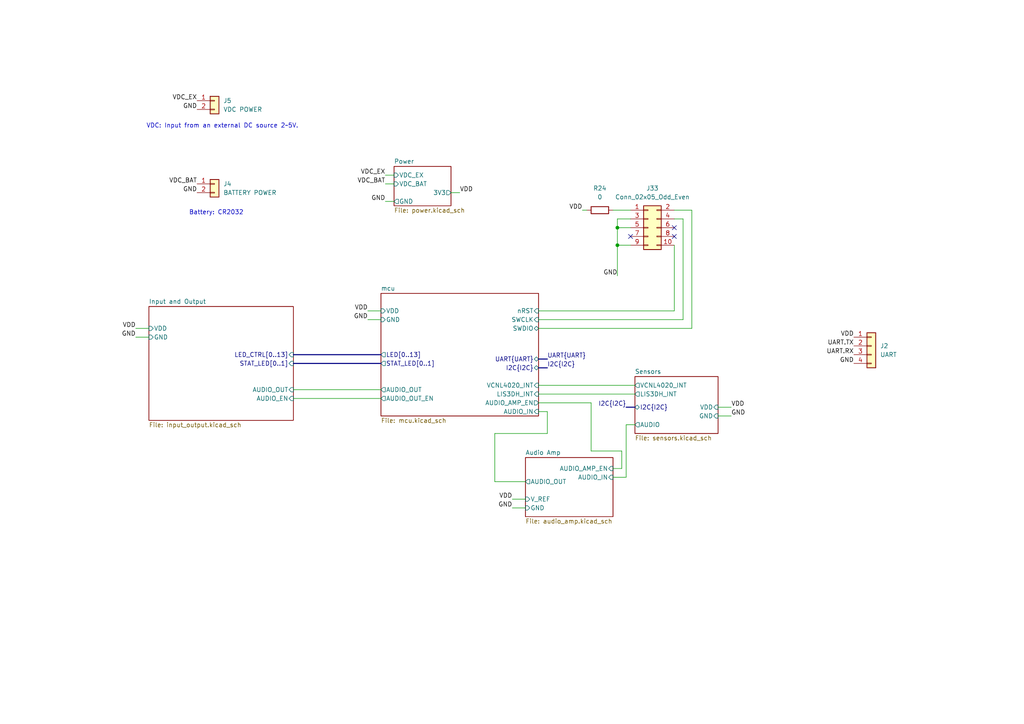
<source format=kicad_sch>
(kicad_sch (version 20231120) (generator "eeschema") (generator_version "8.0")
  (paper "A4")
  (title_block (title "Holiday Widget") (date "2024-05-15") (rev "1.0"))
  (lib_symbols
    (symbol "Connector_Generic:Conn_01x02" (pin_names (offset 1.016) hide)
      (property "Reference" "J" (at 0 2.54 0))
      (property "Value" "Conn_01x02" (at 0 -5.08 0))
      (symbol "Conn_01x02_1_1"
        (rectangle (start -1.27 -2.413) (end 0 -2.667) (stroke (width 0.1524)))
        (rectangle (start -1.27 0.127) (end 0 -0.127) (stroke (width 0.1524)))
        (rectangle (start -1.27 1.27) (end 1.27 -3.81) (stroke (width 0.254)) (fill (type background)))
        (pin passive line (at -5.08 0 0) (length 3.81) (name "Pin_1") (number "1"))
        (pin passive line (at -5.08 -2.54 0) (length 3.81) (name "Pin_2") (number "2"))
      )
    )
    (symbol "Connector_Generic:Conn_01x04" (pin_names (offset 1.016) hide)
      (property "Reference" "J" (at 0 5.08 0))
      (property "Value" "Conn_01x04" (at 0 -7.62 0))
      (symbol "Conn_01x04_1_1"
        (rectangle (start -1.27 -4.953) (end 0 -5.207) (stroke (width 0.1524)))
        (rectangle (start -1.27 -2.413) (end 0 -2.667) (stroke (width 0.1524)))
        (rectangle (start -1.27 0.127) (end 0 -0.127) (stroke (width 0.1524)))
        (rectangle (start -1.27 2.667) (end 0 2.413) (stroke (width 0.1524)))
        (rectangle (start -1.27 3.81) (end 1.27 -6.35) (stroke (width 0.254)) (fill (type background)))
        (pin passive line (at -5.08 2.54 0) (length 3.81) (name "Pin_1") (number "1"))
        (pin passive line (at -5.08 0 0) (length 3.81) (name "Pin_2") (number "2"))
        (pin passive line (at -5.08 -2.54 0) (length 3.81) (name "Pin_3") (number "3"))
        (pin passive line (at -5.08 -5.08 0) (length 3.81) (name "Pin_4") (number "4"))
      )
    )
    (symbol "Connector_Generic:Conn_02x05_Odd_Even" (pin_names (offset 1.016) hide)
      (property "Reference" "J" (at 1.27 7.62 0))
      (property "Value" "Conn_02x05_Odd_Even" (at 1.27 -7.62 0))
      (symbol "Conn_02x05_Odd_Even_1_1"
        (rectangle (start -1.27 -4.953) (end 0 -5.207) (stroke (width 0.1524)))
        (rectangle (start -1.27 -2.413) (end 0 -2.667) (stroke (width 0.1524)))
        (rectangle (start -1.27 0.127) (end 0 -0.127) (stroke (width 0.1524)))
        (rectangle (start -1.27 2.667) (end 0 2.413) (stroke (width 0.1524)))
        (rectangle (start -1.27 5.207) (end 0 4.953) (stroke (width 0.1524)))
        (rectangle (start -1.27 6.35) (end 3.81 -6.35) (stroke (width 0.254)) (fill (type background)))
        (rectangle (start 3.81 -4.953) (end 2.54 -5.207) (stroke (width 0.1524)))
        (rectangle (start 3.81 -2.413) (end 2.54 -2.667) (stroke (width 0.1524)))
        (rectangle (start 3.81 0.127) (end 2.54 -0.127) (stroke (width 0.1524)))
        (rectangle (start 3.81 2.667) (end 2.54 2.413) (stroke (width 0.1524)))
        (rectangle (start 3.81 5.207) (end 2.54 4.953) (stroke (width 0.1524)))
        (pin passive line (at -5.08 5.08 0) (length 3.81) (name "Pin_1") (number "1"))
        (pin passive line (at 7.62 -5.08 180) (length 3.81) (name "Pin_10") (number "10"))
        (pin passive line (at 7.62 5.08 180) (length 3.81) (name "Pin_2") (number "2"))
        (pin passive line (at -5.08 2.54 0) (length 3.81) (name "Pin_3") (number "3"))
        (pin passive line (at 7.62 2.54 180) (length 3.81) (name "Pin_4") (number "4"))
        (pin passive line (at -5.08 0 0) (length 3.81) (name "Pin_5") (number "5"))
        (pin passive line (at 7.62 0 180) (length 3.81) (name "Pin_6") (number "6"))
        (pin passive line (at -5.08 -2.54 0) (length 3.81) (name "Pin_7") (number "7"))
        (pin passive line (at 7.62 -2.54 180) (length 3.81) (name "Pin_8") (number "8"))
        (pin passive line (at -5.08 -5.08 0) (length 3.81) (name "Pin_9") (number "9"))
      )
    )
    (symbol "Device:R" (pin_numbers hide) (pin_names (offset 0))
      (property "Reference" "R" (at 2.032 0 90))
      (property "Value" "R" (at 0 0 90))
      (symbol "R_0_1"
        (rectangle (start -1.016 -2.54) (end 1.016 2.54) (stroke (width 0.254)))
      )
      (symbol "R_1_1"
        (pin passive line (at 0 3.81 270) (length 1.27) (name "~") (number "1"))
        (pin passive line (at 0 -3.81 90) (length 1.27) (name "~") (number "2"))
      )
    )
  )
  (bus_alias "I2C" (members "SCL" "SDA"))
  (bus_alias "SPI" (members "SCK" "DIN" "DOUT"))
  (bus_alias "UART" (members "TX" "RX"))
  (junction (at 179.07 71.12))
  (junction (at 179.07 66.04))
  (no_connect (at 195.58 68.58))
  (no_connect (at 195.58 66.04))
  (no_connect (at 182.88 68.58))
  (wire (pts (xy 212.09 118.11) (xy 208.28 118.11)))
  (wire (pts (xy 39.37 97.79) (xy 43.18 97.79)))
  (wire (pts (xy 130.81 55.88) (xy 133.35 55.88)))
  (bus (pts (xy 156.21 104.14) (xy 158.75 104.14)))
  (wire (pts (xy 177.8 60.96) (xy 182.88 60.96)))
  (wire (pts (xy 111.76 50.8) (xy 114.3 50.8)))
  (wire (pts (xy 212.09 120.65) (xy 208.28 120.65)))
  (wire (pts (xy 39.37 95.25) (xy 43.18 95.25)))
  (wire (pts (xy 152.4 139.7) (xy 143.51 139.7)))
  (wire (pts (xy 106.68 92.71) (xy 110.49 92.71)))
  (wire (pts (xy 85.09 115.57) (xy 110.49 115.57)))
  (wire (pts (xy 156.21 116.84) (xy 171.45 116.84)))
  (wire (pts (xy 171.45 130.81) (xy 180.34 130.81)))
  (wire (pts (xy 168.91 60.96) (xy 170.18 60.96)))
  (wire (pts (xy 179.07 66.04) (xy 179.07 71.12)))
  (wire (pts (xy 180.34 135.89) (xy 177.8 135.89)))
  (wire (pts (xy 111.76 53.34) (xy 114.3 53.34)))
  (bus (pts (xy 85.09 102.87) (xy 110.49 102.87)))
  (wire (pts (xy 184.15 123.19) (xy 181.61 123.19)))
  (wire (pts (xy 179.07 63.5) (xy 179.07 66.04)))
  (wire (pts (xy 180.34 130.81) (xy 180.34 135.89)))
  (wire (pts (xy 200.66 95.25) (xy 156.21 95.25)))
  (bus (pts (xy 85.09 105.41) (xy 110.49 105.41)))
  (wire (pts (xy 111.76 58.42) (xy 114.3 58.42)))
  (wire (pts (xy 156.21 114.3) (xy 184.15 114.3)))
  (wire (pts (xy 198.12 92.71) (xy 198.12 63.5)))
  (wire (pts (xy 198.12 63.5) (xy 195.58 63.5)))
  (wire (pts (xy 143.51 139.7) (xy 143.51 125.73)))
  (wire (pts (xy 148.59 144.78) (xy 152.4 144.78)))
  (wire (pts (xy 195.58 71.12) (xy 195.58 90.17)))
  (wire (pts (xy 143.51 125.73) (xy 158.75 125.73)))
  (wire (pts (xy 171.45 116.84) (xy 171.45 130.81)))
  (wire (pts (xy 106.68 90.17) (xy 110.49 90.17)))
  (wire (pts (xy 181.61 138.43) (xy 177.8 138.43)))
  (wire (pts (xy 156.21 92.71) (xy 198.12 92.71)))
  (wire (pts (xy 200.66 60.96) (xy 200.66 95.25)))
  (wire (pts (xy 195.58 60.96) (xy 200.66 60.96)))
  (wire (pts (xy 158.75 125.73) (xy 158.75 119.38)))
  (wire (pts (xy 156.21 111.76) (xy 184.15 111.76)))
  (wire (pts (xy 158.75 119.38) (xy 156.21 119.38)))
  (wire (pts (xy 182.88 63.5) (xy 179.07 63.5)))
  (wire (pts (xy 179.07 71.12) (xy 179.07 80.01)))
  (wire (pts (xy 179.07 71.12) (xy 182.88 71.12)))
  (bus (pts (xy 181.61 118.11) (xy 184.15 118.11)))
  (wire (pts (xy 181.61 123.19) (xy 181.61 138.43)))
  (wire (pts (xy 85.09 113.03) (xy 110.49 113.03)))
  (wire (pts (xy 179.07 66.04) (xy 182.88 66.04)))
  (wire (pts (xy 195.58 90.17) (xy 156.21 90.17)))
  (wire (pts (xy 148.59 147.32) (xy 152.4 147.32)))
  (bus (pts (xy 156.21 106.68) (xy 158.75 106.68)))
  (text "VDC: Input from an external DC source 2~5V." (at 64.516 36.576 0) (effects (font (size 1.27 1.27))))
  (text "Battery: CR2032" (at 62.738 61.722 0) (effects (font (size 1.27 1.27))))
  (label "I2C{I2C}" (at 158.75 106.68 0))
  (label "UART.RX" (at 247.65 102.87 180))
  (label "GND" (at 148.59 147.32 180))
  (label "VDD" (at 212.09 118.11 0))
  (label "I2C{I2C}" (at 181.61 118.11 180))
  (label "VDC_EX" (at 57.15 29.21 180))
  (label "GND" (at 106.68 92.71 180))
  (label "VDC_BAT" (at 57.15 53.34 180))
  (label "VDD" (at 168.91 60.96 180))
  (label "GND" (at 111.76 58.42 180))
  (label "GND" (at 39.37 97.79 180))
  (label "VDD" (at 133.35 55.88 0))
  (label "VDD" (at 106.68 90.17 180))
  (label "GND" (at 57.15 55.88 180))
  (label "VDD" (at 148.59 144.78 180))
  (label "UART{UART}" (at 158.75 104.14 0))
  (label "VDC_BAT" (at 111.76 53.34 180))
  (label "GND" (at 247.65 105.41 180))
  (label "VDD" (at 247.65 97.79 180))
  (label "GND" (at 57.15 31.75 180))
  (label "VDC_EX" (at 111.76 50.8 180))
  (label "UART.TX" (at 247.65 100.33 180))
  (label "GND" (at 212.09 120.65 0))
  (label "VDD" (at 39.37 95.25 180))
  (label "GND" (at 179.07 80.01 180))
  (symbol (lib_id "Connector_Generic:Conn_02x05_Odd_Even") (at 187.96 66.04 0) (unit 1)
    (property "Reference" "J33" (at 189.23 54.61 0))
    (property "Value" "Conn_02x05_Odd_Even" (at 189.23 57.15 0))
    (property "Footprint" "Connector_PinHeader_1.27mm:PinHeader_2x05_P1.27mm_Vertical" (effects (hide yes)))
    (property "Description" "Generic connector, double row, 02x05, odd/even pin numbering scheme (row 1 odd numbers, row 2 even numbers), script generated (kicad-library-utils/schlib/autogen/connector/)" (effects (hide yes)))
  )
  (symbol (lib_id "Connector_Generic:Conn_01x02") (at 62.23 29.21 0) (unit 1)
    (property "Reference" "J5" (at 64.77 29.2099 0) (effects (justify left)))
    (property "Value" "VDC POWER" (at 64.77 31.7499 0) (effects (justify left)))
    (property "Footprint" "Connector_Wire:SolderWire-1sqmm_1x02_P5.4mm_D1.4mm_OD2.7mm" (effects (hide yes)))
    (property "Description" "Generic connector, single row, 01x02, script generated (kicad-library-utils/schlib/autogen/connector/)" (effects (hide yes)))
  )
  (symbol (lib_id "Device:R") (at 173.99 60.96 90) (unit 1)
    (property "Reference" "R24" (at 173.99 54.61 90))
    (property "Value" "0" (at 173.99 57.15 90))
    (property "Footprint" "Resistor_SMD:R_0603_1608Metric_Pad0.98x0.95mm_HandSolder" (effects (hide yes)))
    (property "Description" "Resistor" (effects (hide yes)))
  )
  (symbol (lib_id "Connector_Generic:Conn_01x04") (at 252.73 100.33 0) (unit 1)
    (property "Reference" "J2" (at 255.27 100.3299 0) (effects (justify left)))
    (property "Value" "UART" (at 255.27 102.8699 0) (effects (justify left)))
    (property "Footprint" "Connector_PinHeader_2.54mm:PinHeader_1x04_P2.54mm_Vertical" (effects (hide yes)))
    (property "Description" "Generic connector, single row, 01x04, script generated (kicad-library-utils/schlib/autogen/connector/)" (effects (hide yes)))
  )
  (symbol (lib_id "Connector_Generic:Conn_01x02") (at 62.23 53.34 0) (unit 1)
    (property "Reference" "J4" (at 64.77 53.3399 0) (effects (justify left)))
    (property "Value" "BATTERY POWER" (at 64.77 55.8799 0) (effects (justify left)))
    (property "Footprint" "holiday-widget:MPD_BC2032-E2" (effects (hide yes)))
    (property "Description" "Generic connector, single row, 01x02, script generated (kicad-library-utils/schlib/autogen/connector/)" (effects (hide yes)))
  )
  (sheet (at 43.18 88.9) (size 41.91 33.02) (stroke (width 0.1524))
    (property "Sheetname" "Input and Output" (at 43.18 88.1884 0) (effects (justify left bottom)))
    (property "Sheetfile" "input_output.kicad_sch" (at 43.18 122.5046 0) (effects (justify left top)))
    (pin "LED_CTRL[0..13]" input (at 85.09 102.87 0))
    (pin "STAT_LED[0..1]" input (at 85.09 105.41 0))
    (pin "AUDIO_EN" input (at 85.09 115.57 0))
    (pin "AUDIO_OUT" input (at 85.09 113.03 0))
    (pin "VDD" input (at 43.18 95.25 180))
    (pin "GND" input (at 43.18 97.79 180))
  )
  (sheet (at 114.3 48.26) (size 16.51 11.43) (stroke (width 0.1524))
    (property "Sheetname" "Power" (at 114.3 47.5484 0) (effects (justify left bottom)))
    (property "Sheetfile" "power.kicad_sch" (at 114.3 60.2746 0) (effects (justify left top)))
    (pin "3V3" output (at 130.81 55.88 0))
    (pin "VDC_EX" input (at 114.3 50.8 180))
    (pin "VDC_BAT" input (at 114.3 53.34 180))
    (pin "GND" output (at 114.3 58.42 180))
  )
  (sheet (at 110.49 85.09) (size 45.72 35.56) (stroke (width 0.1524))
    (property "Sheetname" "mcu" (at 110.49 84.3784 0) (effects (justify left bottom)))
    (property "Sheetfile" "mcu.kicad_sch" (at 110.49 121.2346 0) (effects (justify left top)))
    (pin "AUDIO_OUT" output (at 110.49 113.03 180))
    (pin "SWDIO" bidirectional (at 156.21 95.25 0))
    (pin "SWCLK" input (at 156.21 92.71 0))
    (pin "AUDIO_IN" input (at 156.21 119.38 0))
    (pin "LED[0..13]" output (at 110.49 102.87 180))
    (pin "UART{UART}" bidirectional (at 156.21 104.14 0))
    (pin "I2C{I2C}" bidirectional (at 156.21 106.68 0))
    (pin "STAT_LED[0..1]" output (at 110.49 105.41 180))
    (pin "AUDIO_OUT_EN" output (at 110.49 115.57 180))
    (pin "VCNL4020_INT" input (at 156.21 111.76 0))
    (pin "LIS3DH_INT" input (at 156.21 114.3 0))
    (pin "GND" input (at 110.49 92.71 180))
    (pin "VDD" input (at 110.49 90.17 180))
    (pin "nRST" input (at 156.21 90.17 0))
    (pin "AUDIO_AMP_EN" output (at 156.21 116.84 0))
  )
  (sheet (at 184.15 109.22) (size 24.13 16.51) (stroke (width 0.1524))
    (property "Sheetname" "Sensors" (at 184.15 108.5084 0) (effects (justify left bottom)))
    (property "Sheetfile" "sensors.kicad_sch" (at 184.15 126.3146 0) (effects (justify left top)))
    (pin "AUDIO" output (at 184.15 123.19 180))
    (pin "I2C{I2C}" bidirectional (at 184.15 118.11 180))
    (pin "VCNL4020_INT" output (at 184.15 111.76 180))
    (pin "LIS3DH_INT" output (at 184.15 114.3 180))
    (pin "VDD" input (at 208.28 118.11 0))
    (pin "GND" input (at 208.28 120.65 0))
  )
  (sheet (at 152.4 132.715) (size 25.4 17.145) (stroke (width 0.1524))
    (property "Sheetname" "Audio Amp" (at 152.4 132.0034 0) (effects (justify left bottom)))
    (property "Sheetfile" "audio_amp.kicad_sch" (at 152.4 150.4446 0) (effects (justify left top)))
    (pin "AUDIO_OUT" output (at 152.4 139.7 180))
    (pin "V_REF" input (at 152.4 144.78 180))
    (pin "GND" input (at 152.4 147.32 180))
    (pin "AUDIO_AMP_EN" input (at 177.8 135.89 0))
    (pin "AUDIO_IN" input (at 177.8 138.43 0))
  )
)
</source>
